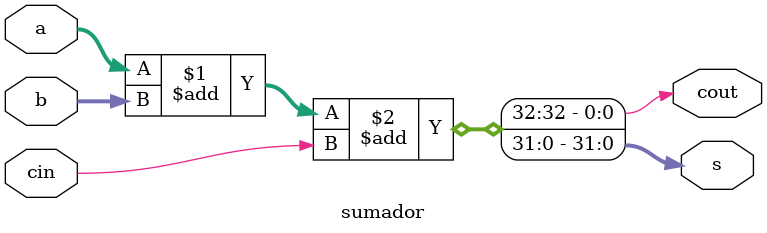
<source format=v>
`timescale 1ns / 1ps
module sumador(a,b,cin,cout,s);
input [31:0]a,b;
input cin;
output [31:0]s;
output cout;

	assign {cout,s}=a+b+cin;//concatenar las salidas

endmodule

</source>
